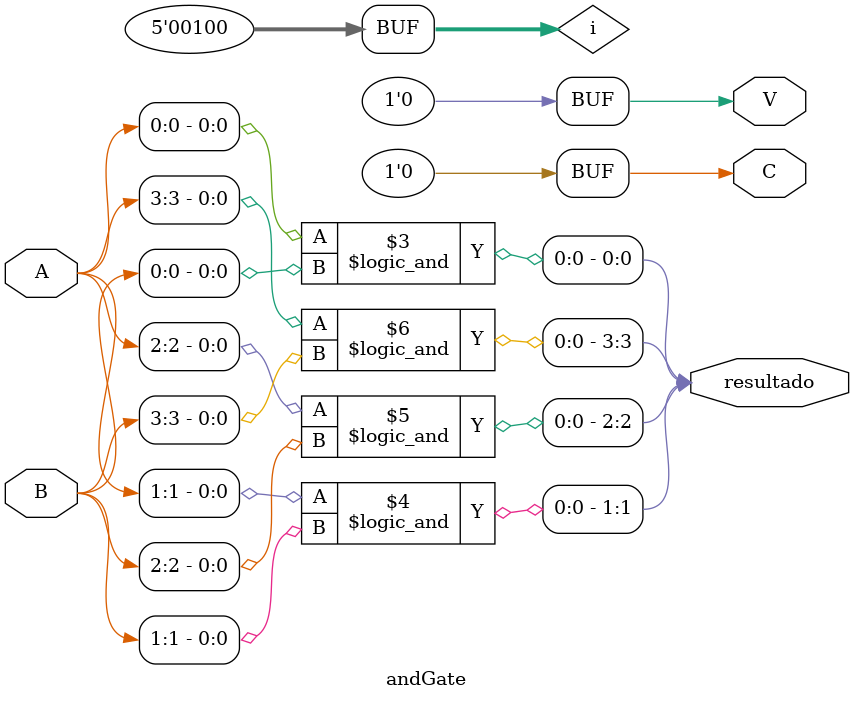
<source format=sv>
module andGate #(parameter N = 4) (input [N-1:0] A, B, output reg [N-1:0] resultado, output bit V, C);
	
	assign V = 0;
	assign C = 0;
	reg [N:0] i;	
	
	always_comb  begin
		for(i = 0; i < N; i = i + 1) begin
			resultado[i] = A[i] && B[i];
		end
	end
	
endmodule 
</source>
